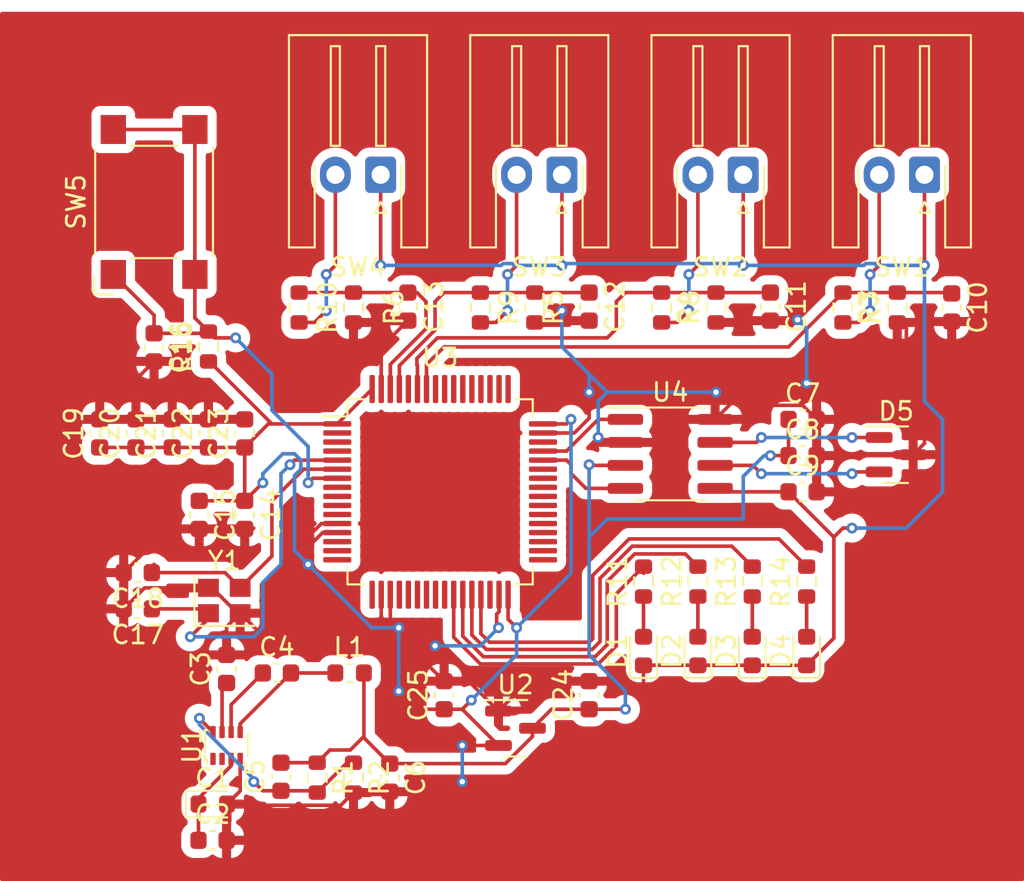
<source format=kicad_pcb>
(kicad_pcb (version 20221018) (generator pcbnew)
  (layers (0 "F.Cu" signal) (31 "B.Cu" signal) (34 "B.Paste" user) (35 "F.Paste" user) (36 "B.SilkS" user "B.Silkscreen") (37 "F.SilkS" user "F.Silkscreen") (38 "B.Mask" user) (39 "F.Mask" user) (44 "Edge.Cuts" user))
  (net 0 "")
  (net 1 "+24V")
  (net 2 "GND")
  (net 3 "Net-(U1-SS)")
  (net 4 "Net-(U1-BST)")
  (net 5 "Net-(U1-SW)")
  (net 6 "Net-(U1-FB)")
  (net 7 "+5V")
  (net 8 "+3V3")
  (net 9 "/SW1")
  (net 10 "/SW2")
  (net 11 "/SW3")
  (net 12 "/SW4")
  (net 13 "/NRST")
  (net 14 "/Crystal_IN")
  (net 15 "/Crystal_Out")
  (net 16 "Net-(D1-A)")
  (net 17 "Net-(D2-A)")
  (net 18 "Net-(D3-A)")
  (net 19 "Net-(D4-A)")
  (net 20 "/CAN+")
  (net 21 "/CAN-")
  (net 22 "Net-(R3-Pad2)")
  (net 23 "Net-(R4-Pad2)")
  (net 24 "Net-(R5-Pad2)")
  (net 25 "Net-(R6-Pad2)")
  (net 26 "/DebugLED1")
  (net 27 "/DebugLED2")
  (net 28 "/DebugLED3")
  (net 29 "/DebugLED4")
  (net 62 "/CAN_RX")
  (net 63 "/CAN_TX")
  (footprint "Capacitor_SMD:C_0603_1608Metric" (layer "F.Cu") (at 128 96.775 90)
    (fp_text reference "C20")
    (fp_text value "100n")
  )
  (footprint "Resistor_SMD:R_0603_1608Metric" (layer "F.Cu") (at 147 89.825 -90)
    (fp_text reference "R5")
    (fp_text value "1k")
  )
  (footprint "Capacitor_SMD:C_0603_1608Metric" (layer "F.Cu") (at 163 89.775 -90)
    (fp_text reference "C11")
    (fp_text value "100nF")
  )
  (footprint "Package_TO_SOT_SMD:SOT-583-8" (layer "F.Cu") (at 133 114 90)
    (fp_text reference "U1")
    (fp_text value "TPS62933")
  )
  (footprint "Resistor_SMD:R_0603_1608Metric" (layer "F.Cu") (at 162 104.9525 90)
    (fp_text reference "R13")
    (fp_text value "1k")
  )
  (footprint "Capacitor_SMD:C_0603_1608Metric" (layer "F.Cu") (at 126 96.775 90)
    (fp_text reference "C19")
    (fp_text value "100n")
  )
  (footprint "Button_Switch_SMD:SW_SPST_Omron_B3FS-100xP" (layer "F.Cu") (at 129 84 90)
    (fp_text reference "SW5")
    (fp_text value "SW_SMD")
  )
  (footprint "Capacitor_SMD:C_0603_1608Metric" (layer "F.Cu") (at 128.1 104.46 180)
    (fp_text reference "C18")
    (fp_text value "10pF")
  )
  (footprint "Resistor_SMD:R_0603_1608Metric" (layer "F.Cu") (at 150 89.825 90)
    (fp_text reference "R9")
    (fp_text value "10k")
  )
  (footprint "Capacitor_SMD:C_0603_1608Metric" (layer "F.Cu") (at 153 111.225 90)
    (fp_text reference "C24")
    (fp_text value "100u")
  )
  (footprint "LED_SMD:LED_0603_1608Metric" (layer "F.Cu") (at 132.2375 117.235)
    (fp_text reference "C1")
    (fp_text value "10u")
  )
  (footprint "Capacitor_SMD:C_0603_1608Metric" (layer "F.Cu") (at 132.225 119.235)
    (fp_text reference "C2")
    (fp_text value "100n")
  )
  (footprint "Package_TO_SOT_SMD:SOT-23" (layer "F.Cu") (at 169.9375 97.95)
    (fp_text reference "D5")
    (fp_text value "PESD2CAN.215")
  )
  (footprint "Package_SO:SOIC-8_3.9x4.9mm_P1.27mm" (layer "F.Cu") (at 157.475 97.905)
    (fp_text reference "U4")
    (fp_text value "ATA6561-GAQW-N")
  )
  (footprint "Capacitor_SMD:C_0603_1608Metric" (layer "F.Cu") (at 142 115.775 -90)
    (fp_text reference "C6")
    (fp_text value "47u")
  )
  (footprint "LED_SMD:LED_0603_1608Metric" (layer "F.Cu") (at 162 108.7875 90)
    (fp_text reference "D3")
    (fp_text value "LED")
  )
  (footprint "Capacitor_SMD:C_0603_1608Metric" (layer "F.Cu") (at 153 89.775 -90)
    (fp_text reference "C12")
    (fp_text value "100nF")
  )
  (footprint "Capacitor_SMD:C_0603_1608Metric" (layer "F.Cu") (at 128.1 106.46 180)
    (fp_text reference "C17")
    (fp_text value "10pF")
  )
  (footprint "Capacitor_SMD:C_0603_1608Metric" (layer "F.Cu") (at 132 96.775 90)
    (fp_text reference "C22")
    (fp_text value "100n")
  )
  (footprint "Resistor_SMD:R_0603_1608Metric" (layer "F.Cu") (at 140 89.825 90)
    (fp_text reference "R10")
    (fp_text value "10k")
  )
  (footprint "Capacitor_SMD:C_0603_1608Metric" (layer "F.Cu") (at 164.775 100)
    (fp_text reference "C9")
    (fp_text value "100nF")
  )
  (footprint "Package_TO_SOT_SMD:SOT-23" (layer "F.Cu") (at 148.9375 113.05)
    (fp_text reference "U2")
    (fp_text value "Regulator_Linear_LM1117-3.3")
  )
  (footprint "Capacitor_SMD:C_0603_1608Metric" (layer "F.Cu") (at 164.775 98)
    (fp_text reference "C8")
    (fp_text value "1uF")
  )
  (footprint "Capacitor_SMD:C_0603_1608Metric" (layer "F.Cu") (at 173 89.825 -90)
    (fp_text reference "C10")
    (fp_text value "100nF")
  )
  (footprint "Crystal:Crystal_SMD_2520-4Pin_2.5x2.0mm" (layer "F.Cu") (at 132.875 106)
    (fp_text reference "Y1")
    (fp_text value "Crystal_GND24")
  )
  (footprint "Resistor_SMD:R_0603_1608Metric" (layer "F.Cu") (at 159 104.9525 90)
    (fp_text reference "R12")
    (fp_text value "1k")
  )
  (footprint "Resistor_SMD:R_0603_1608Metric" (layer "F.Cu") (at 157 89.825 -90)
    (fp_text reference "R4")
    (fp_text value "1k")
  )
  (footprint "Capacitor_SMD:C_0603_1608Metric" (layer "F.Cu") (at 135.775 110)
    (fp_text reference "C4")
    (fp_text value "100n")
  )
  (footprint "Resistor_SMD:R_0603_1608Metric" (layer "F.Cu") (at 156 104.9525 90)
    (fp_text reference "R11")
    (fp_text value "1k")
  )
  (footprint "Resistor_SMD:R_0603_1608Metric" (layer "F.Cu") (at 165 104.9525 90)
    (fp_text reference "R14")
    (fp_text value "1k")
  )
  (footprint "Resistor_SMD:R_0603_1608Metric" (layer "F.Cu") (at 132 91.975 90)
    (fp_text reference "R15")
    (fp_text value "10k")
  )
  (footprint "Resistor_SMD:R_0603_1608Metric" (layer "F.Cu") (at 170 89.825 90)
    (fp_text reference "R7")
    (fp_text value "10k")
  )
  (footprint "Capacitor_SMD:C_0603_1608Metric" (layer "F.Cu") (at 134 96.775 90)
    (fp_text reference "C23")
    (fp_text value "1u")
  )
  (footprint "Inductor_SMD:L_0603_1608Metric" (layer "F.Cu") (at 139.7875 110)
    (fp_text reference "L1")
    (fp_text value "10u")
  )
  (footprint "Resistor_SMD:R_0603_1608Metric" (layer "F.Cu") (at 160 89.825 90)
    (fp_text reference "R8")
    (fp_text value "10k")
  )
  (footprint "Resistor_SMD:R_0603_1608Metric" (layer "F.Cu") (at 138 115.775 -90)
    (fp_text reference "R1")
    (fp_text value "52k3")
  )
  (footprint "Resistor_SMD:R_0603_1608Metric" (layer "F.Cu") (at 140 115.775 -90)
    (fp_text reference "R2")
    (fp_text value "10k")
  )
  (footprint "LED_SMD:LED_0603_1608Metric" (layer "F.Cu") (at 165 108.7875 90)
    (fp_text reference "D4")
    (fp_text value "LED")
  )
  (footprint "Capacitor_SMD:C_0603_1608Metric" (layer "F.Cu") (at 131.49 101.27 -90)
    (fp_text reference "C15")
    (fp_text value "1u")
  )
  (footprint "Capacitor_SMD:C_0603_1608Metric" (layer "F.Cu") (at 164.775 96)
    (fp_text reference "C7")
    (fp_text value "100nF")
  )
  (footprint "Capacitor_SMD:C_0603_1608Metric" (layer "F.Cu") (at 129 92.025 -90)
    (fp_text reference "C16")
    (fp_text value "100nF")
  )
  (footprint "Package_QFP:LQFP-64_10x10mm_P0.5mm" (layer "F.Cu") (at 144.78 100)
    (fp_text reference "U3")
    (fp_text value "STM32L4P5RETx")
  )
  (footprint "Connector_JST:JST_XH_S2B-XH-A-1_1x02_P2.50mm_Horizontal" (layer "F.Cu") (at 151.5 82.5 180)
    (fp_text reference "SW3")
    (fp_text value "SW_Push")
  )
  (footprint "Capacitor_SMD:C_0603_1608Metric" (layer "F.Cu") (at 143 89.775 -90)
    (fp_text reference "C13")
    (fp_text value "100nF")
  )
  (footprint "Capacitor_SMD:C_0603_1608Metric" (layer "F.Cu") (at 130 96.775 90)
    (fp_text reference "C21")
    (fp_text value "100n")
  )
  (footprint "LED_SMD:LED_0603_1608Metric" (layer "F.Cu") (at 159 108.7875 90)
    (fp_text reference "D2")
    (fp_text value "LED")
  )
  (footprint "Connector_JST:JST_XH_S2B-XH-A-1_1x02_P2.50mm_Horizontal" (layer "F.Cu") (at 161.5 82.5 180)
    (fp_text reference "SW2")
    (fp_text value "SW_Push")
  )
  (footprint "Resistor_SMD:R_0603_1608Metric" (layer "F.Cu") (at 137 89.825 -90)
    (fp_text reference "R6")
    (fp_text value "1k")
  )
  (footprint "Capacitor_SMD:C_0603_1608Metric" (layer "F.Cu") (at 134 101.27 -90)
    (fp_text reference "C14")
    (fp_text value "10n")
  )
  (footprint "Connector_JST:JST_XH_S2B-XH-A-1_1x02_P2.50mm_Horizontal" (layer "F.Cu") (at 141.5 82.5 180)
    (fp_text reference "SW4")
    (fp_text value "SW_Push")
  )
  (footprint "Capacitor_SMD:C_0603_1608Metric" (layer "F.Cu") (at 136 115.725 90)
    (fp_text reference "C5")
    (fp_text value "47p")
  )
  (footprint "Connector_JST:JST_XH_S2B-XH-A-1_1x02_P2.50mm_Horizontal" (layer "F.Cu") (at 171.5 82.5 180)
    (fp_text reference "SW1")
    (fp_text value "SW_Push")
  )
  (footprint "Resistor_SMD:R_0603_1608Metric" (layer "F.Cu") (at 167 89.825 -90)
    (fp_text reference "R3")
    (fp_text value "1k")
  )
  (footprint "Capacitor_SMD:C_0603_1608Metric" (layer "F.Cu") (at 145 111.225 90)
    (fp_text reference "C25")
    (fp_text value "10u")
  )
  (footprint "Capacitor_SMD:C_0603_1608Metric" (layer "F.Cu") (at 133 109.775 90)
    (fp_text reference "C3")
    (fp_text value "33n")
  )
  (footprint "LED_SMD:LED_0603_1608Metric" (layer "F.Cu") (at 156 108.7875 90)
    (fp_text reference "D1")
    (fp_text value "LED")
  )
  (segment (start 133.25 115.12136) (end 133.25 114.74) (width 0.2) (layer "F.Cu") (net 1))
  (segment (start 131.45 117.235) (end 131.45 116.92136) (width 0.2) (layer "F.Cu") (net 1))
  (segment (start 131.45 119.235) (end 131.45 117.235) (width 0.2) (layer "F.Cu") (net 1))
  (segment (start 131.45 116.92136) (end 133.25 115.12136) (width 0.2) (layer "F.Cu") (net 1))
  (segment (start 164.775 95.225) (end 162.275 95.225) (width 0.2) (layer "F.Cu") (net 2))
  (segment (start 133 119.235) (end 133 117.26) (width 0.2) (layer "F.Cu") (net 2))
  (segment (start 173 90.6) (end 173 90.55) (width 0.2) (layer "F.Cu") (net 2))
  (segment (start 133 109) (end 133 107.45) (width 0.2) (layer "F.Cu") (net 2))
  (segment (start 134.455 102.045) (end 134.5 102) (width 0.2) (layer "F.Cu") (net 2))
  (segment (start 153 95.934314) (end 153 94.5) (width 0.2) (layer "F.Cu") (net 2))
  (segment (start 140.1 90.55) (end 143 90.55) (width 0.2) (layer "F.Cu") (net 2))
  (segment (start 171.5 95.5) (end 170.5 94.5) (width 0.2) (layer "F.Cu") (net 2))
  (segment (start 141.03 108) (end 141.53 107.5) (width 0.2) (layer "F.Cu") (net 2))
  (segment (start 134 102.045) (end 134.455 102.045) (width 0.2) (layer "F.Cu") (net 2))
  (segment (start 140.05 116.55) (end 140 116.6) (width 0.2) (layer "F.Cu") (net 2))
  (segment (start 137.5 107.5) (end 137.5 108) (width 0.2) (layer "F.Cu") (net 2))
  (segment (start 148.03 105.97) (end 148 106) (width 0.2) (layer "F.Cu") (net 2))
  (segment (start 142 116.55) (end 140.05 116.55) (width 0.2) (layer "F.Cu") (net 2))
  (segment (start 127.325 106.46) (end 128.485 105.3) (width 0.2) (layer "F.Cu") (net 2))
  (segment (start 173 90.55) (end 172.9 90.65) (width 0.2) (layer "F.Cu") (net 2))
  (segment (start 136.9 103.081904) (end 136.9 106.9) (width 0.2) (layer "F.Cu") (net 2))
  (segment (start 170.5 94.5) (end 169 94.5) (width 0.2) (layer "F.Cu") (net 2))
  (segment (start 150 90.65) (end 152.9 90.65) (width 0.2) (layer "F.Cu") (net 2))
  (segment (start 143.05 108.5) (end 143.025 108.475) (width 0.2) (layer "F.Cu") (net 2))
  (segment (start 172.9 90.65) (end 170 90.65) (width 0.2) (layer "F.Cu") (net 2))
  (segment (start 133.09 117.3) (end 133.025 117.235) (width 0.2) (layer "F.Cu") (net 2))
  (segment (start 164.5 90.5) (end 164.45 90.55) (width 0.2) (layer "F.Cu") (net 2))
  (segment (start 143 90.55) (end 141.53 92.02) (width 0.2) (layer "F.Cu") (net 2))
  (segment (start 141.53 108.03) (end 141.53 107.5) (width 0.2) (layer "F.Cu") (net 2))
  (segment (start 148.03 105.675) (end 148.03 105.97) (width 0.2) (layer "F.Cu") (net 2))
  (segment (start 133 107.45) (end 133.75 106.7) (width 0.2) (layer "F.Cu") (net 2))
  (segment (start 145 110.45) (end 143.025 108.475) (width 0.2) (layer "F.Cu") (net 2))
  (segment (start 136.9 106.9) (end 137.5 107.5) (width 0.2) (layer "F.Cu") (net 2))
  (segment (start 170.5 94) (end 170.5 90.5) (width 0.2) (layer "F.Cu") (net 2))
  (segment (start 162.9 90.65) (end 163 90.55) (width 0.2) (layer "F.Cu") (net 2))
  (segment (start 161.45 94.5) (end 159.95 96) (width 0.2) (layer "F.Cu") (net 2))
  (segment (start 128 96) (end 128 93.8) (width 0.2) (layer "F.Cu") (net 2))
  (segment (start 165.55 96) (end 164.775 95.225) (width 0.2) (layer "F.Cu") (net 2))
  (segment (start 133.025 117.235) (end 133.75 116.51) (width 0.2) (layer "F.Cu") (net 2))
  (segment (start 170.875 97.95) (end 171.5 97.325) (width 0.2) (layer "F.Cu") (net 2))
  (segment (start 141.53 92.02) (end 141.53 94.325) (width 0.2) (layer "F.Cu") (net 2))
  (segment (start 165 94) (end 164.5 94.5) (width 0.2) (layer "F.Cu") (net 2))
  (segment (start 127.325 104.46) (end 127.325 106.46) (width 0.2) (layer "F.Cu") (net 2))
  (segment (start 140 116.6) (end 139.3 117.3) (width 0.2) (layer "F.Cu") (net 2))
  (segment (start 132.2 105.3) (end 133.6 106.7) (width 0.2) (layer "F.Cu") (net 2))
  (segment (start 160 90.65) (end 162.9 90.65) (width 0.2) (layer "F.Cu") (net 2))
  (segment (start 153 110.45) (end 149.65 110.45) (width 0.2) (layer "F.Cu") (net 2))
  (segment (start 162.275 95.225) (end 161.5 96) (width 0.2) (layer "F.Cu") (net 2))
  (segment (start 129.74 102.045) (end 127.325 104.46) (width 0.2) (layer "F.Cu") (net 2))
  (segment (start 145 110.45) (end 146.35 110.45) (width 0.2) (layer "F.Cu") (net 2))
  (segment (start 148.03 105.675) (end 148.03 106.621471) (width 0.2) (layer "F.Cu") (net 2))
  (segment (start 147.9 106.751471) (end 147.9 107.4) (width 0.2) (layer "F.Cu") (net 2))
  (segment (start 135.05 108) (end 137.5 108) (width 0.2) (layer "F.Cu") (net 2))
  (segment (start 132 105.3) (end 132.2 105.3) (width 0.2) (layer "F.Cu") (net 2))
  (segment (start 140 90.65) (end 140.1 90.55) (width 0.2) (layer "F.Cu") (net 2))
  (segment (start 128.485 105.3) (end 132 105.3) (width 0.2) (layer "F.Cu") (net 2))
  (segment (start 138.231904 101.75) (end 136.9 103.081904) (width 0.2) (layer "F.Cu") (net 2))
  (segment (start 150.455 96.75) (end 152.184314 96.75) (width 0.2) (layer "F.Cu") (net 2))
  (segment (start 144.5 108.5) (end 143.05 108.5) (width 0.2) (layer "F.Cu") (net 2))
  (segment (start 133.75 106.7) (end 135.05 108) (width 0.2) (layer "F.Cu") (net 2))
  (segment (start 170 94.5) (end 170.5 94) (width 0.2) (layer "F.Cu") (net 2))
  (segment (start 133.6 106.7) (end 133.75 106.7) (width 0.2) (layer "F.Cu") (net 2))
  (segment (start 152.184314 96.75) (end 153 95.934314) (width 0.2) (layer "F.Cu") (net 2))
  (segment (start 133 117.26) (end 133.025 117.235) (width 0.2) (layer "F.Cu") (net 2))
  (segment (start 171.5 97.325) (end 171.5 95.5) (width 0.2) (layer "F.Cu") (net 2))
  (segment (start 153.77 97.27) (end 153.5 97) (width 0.2) (layer "F.Cu") (net 2))
  (segment (start 146.35 110.45) (end 148 112.1) (width 0.2) (layer "F.Cu") (net 2))
  (segment (start 150.85 90.65) (end 151.5 90) (width 0.2) (layer "F.Cu") (net 2))
  (segment (start 149.65 110.45) (end 148 112.1) (width 0.2) (layer "F.Cu") (net 2))
  (segment (start 134 102.045) (end 131.49 102.045) (width 0.2) (layer "F.Cu") (net 2))
  (segment (start 148.03 106.621471) (end 147.9 106.751471) (width 0.2) (layer "F.Cu") (net 2))
  (segment (start 141.975 108.475) (end 141.53 108.03) (width 0.2) (layer "F.Cu") (net 2))
  (segment (start 133.75 116.51) (end 133.75 114.74) (width 0.2) (layer "F.Cu") (net 2))
  (segment (start 134 96) (end 126 96) (width 0.2) (layer "F.Cu") (net 2))
  (segment (start 169 94.5) (end 170 94.5) (width 0.2) (layer "F.Cu") (net 2))
  (segment (start 160 94.5) (end 160 95.95) (width 0.2) (layer "F.Cu") (net 2))
  (segment (start 147.9 107.4) (end 148 107.5) (width 0.2) (layer "F.Cu") (net 2))
  (segment (start 160 95.95) (end 159.95 96) (width 0.2) (layer "F.Cu") (net 2))
  (segment (start 169 94.5) (end 164.5 94.5) (width 0.2) (layer "F.Cu") (net 2))
  (segment (start 163 90.55) (end 164.5 90.5) (width 0.2) (layer "F.Cu") (net 2))
  (segment (start 161.5 96) (end 159.95 96) (width 0.2) (layer "F.Cu") (net 2))
  (segment (start 141.53 107.5) (end 141.53 105.675) (width 0.2) (layer "F.Cu") (net 2))
  (segment (start 131.49 102.045) (end 129.74 102.045) (width 0.2) (layer "F.Cu") (net 2))
  (segment (start 150 90.65) (end 150.85 90.65) (width 0.2) (layer "F.Cu") (net 2))
  (segment (start 164.5 94.5) (end 161.45 94.5) (width 0.2) (layer "F.Cu") (net 2))
  (segment (start 137.5 108) (end 141.03 108) (width 0.2) (layer "F.Cu") (net 2))
  (segment (start 143.025 108.475) (end 141.975 108.475) (width 0.2) (layer "F.Cu") (net 2))
  (segment (start 139.3 117.3) (end 133.09 117.3) (width 0.2) (layer "F.Cu") (net 2))
  (segment (start 153 90.55) (end 152.9 90.65) (width 0.2) (layer "F.Cu") (net 2))
  (segment (start 139.105 101.75) (end 138.231904 101.75) (width 0.2) (layer "F.Cu") (net 2))
  (segment (start 128 93.8) (end 129 92.8) (width 0.2) (layer "F.Cu") (net 2))
  (segment (start 165.55 100) (end 165.55 96) (width 0.2) (layer "F.Cu") (net 2))
  (segment (start 155 97.27) (end 153.77 97.27) (width 0.2) (layer "F.Cu") (net 2))
  (via (at 165 94) (size 0.6) (drill 0.3) (layers "F.Cu" "B.Cu") (net 2))
  (via (at 153 94.5) (size 0.6) (drill 0.3) (layers "F.Cu" "B.Cu") (net 2))
  (via (at 153.5 97) (size 0.6) (drill 0.3) (layers "F.Cu" "B.Cu") (net 2))
  (via (at 148 107.5) (size 0.6) (drill 0.3) (layers "F.Cu" "B.Cu") (net 2))
  (via (at 164.5 90.5) (size 0.6) (drill 0.3) (layers "F.Cu" "B.Cu") (net 2))
  (via (at 160 94.5) (size 0.6) (drill 0.3) (layers "F.Cu" "B.Cu") (net 2))
  (via (at 151.5 90) (size 0.6) (drill 0.3) (layers "F.Cu" "B.Cu") (net 2))
  (via (at 144.5 108.5) (size 0.6) (drill 0.3) (layers "F.Cu" "B.Cu") (net 2))
  (segment (start 153.5 97) (end 153.5 95) (width 0.2) (layer "B.Cu") (net 2))
  (segment (start 153 94.5) (end 153 93.5) (width 0.2) (layer "B.Cu") (net 2))
  (segment (start 148 107.5) (end 147 108.5) (width 0.2) (layer "B.Cu") (net 2))
  (segment (start 151.5 90) (end 151.5 92) (width 0.2) (layer "B.Cu") (net 2))
  (segment (start 154.5 94.5) (end 160 94.5) (width 0.2) (layer "B.Cu") (net 2))
  (segment (start 153.5 95) (end 154 94.5) (width 0.2) (layer "B.Cu") (net 2))
  (segment (start 164.5 90.5) (end 165 91) (width 0.2) (layer "B.Cu") (net 2))
  (segment (start 165 91) (end 165 94) (width 0.2) (layer "B.Cu") (net 2))
  (segment (start 153 93.5) (end 154 94.5) (width 0.2) (layer "B.Cu") (net 2))
  (segment (start 147 108.5) (end 144.5 108.5) (width 0.2) (layer "B.Cu") (net 2))
  (segment (start 154 94.5) (end 154.5 94.5) (width 0.2) (layer "B.Cu") (net 2))
  (segment (start 151.5 92) (end 153 93.5) (width 0.2) (layer "B.Cu") (net 2))
  (segment (start 133 110.55) (end 132.75 110.8) (width 0.2) (layer "F.Cu") (net 3))
  (segment (start 132.75 110.8) (end 132.75 113.26) (width 0.2) (layer "F.Cu") (net 3))
  (segment (start 135 110) (end 133.25 111.75) (width 0.2) (layer "F.Cu") (net 4))
  (segment (start 133.25 111.75) (end 133.25 113.26) (width 0.2) (layer "F.Cu") (net 4))
  (segment (start 136.55 110) (end 133.75 112.8) (width 0.2) (layer "F.Cu") (net 5))
  (segment (start 136.55 110) (end 139 110) (width 0.2) (layer "F.Cu") (net 5))
  (segment (start 133.75 112.8) (end 133.75 113.26) (width 0.2) (layer "F.Cu") (net 5))
  (segment (start 136 116.5) (end 137.9 116.5) (width 0.2) (layer "F.Cu") (net 6))
  (segment (start 131.5 112.5) (end 131.5 112.51) (width 0.2) (layer "F.Cu") (net 6))
  (segment (start 138 116.6) (end 139.65 114.95) (width 0.2) (layer "F.Cu") (net 6))
  (segment (start 131.5 112.51) (end 132.25 113.26) (width 0.2) (layer "F.Cu") (net 6))
  (segment (start 135 116.5) (end 134.5 116) (width 0.2) (layer "F.Cu") (net 6))
  (segment (start 137.9 116.5) (end 138 116.6) (width 0.2) (layer "F.Cu") (net 6))
  (segment (start 136 116.5) (end 135 116.5) (width 0.2) (layer "F.Cu") (net 6))
  (segment (start 139.65 114.95) (end 140 114.95) (width 0.2) (layer "F.Cu") (net 6))
  (via (at 131.5 112.5) (size 0.6) (drill 0.3) (layers "F.Cu" "B.Cu") (net 6))
  (via (at 134.5 116) (size 0.6) (drill 0.3) (layers "F.Cu" "B.Cu") (net 6))
  (via (at 134.5 116) (size 0.6) (drill 0.3) (layers "F.Cu" "B.Cu") (net 6))
  (segment (start 131.5 112.5) (end 131.5 112.6) (width 0.2) (layer "B.Cu") (net 6))
  (segment (start 134.5 115.848529) (end 131.5 112.848529) (width 0.2) (layer "B.Cu") (net 6))
  (segment (start 134.5 116) (end 134.5 115.848529) (width 0.2) (layer "B.Cu") (net 6))
  (segment (start 131.5 112.848529) (end 131.5 112.5) (width 0.2) (layer "B.Cu") (net 6))
  (segment (start 155 112) (end 153 112) (width 0.2) (layer "F.Cu") (net 7))
  (segment (start 140.575 113.5) (end 140.575 113.575) (width 0.2) (layer "F.Cu") (net 7))
  (segment (start 138.7 114.25) (end 139.825 114.25) (width 0.2) (layer "F.Cu") (net 7))
  (segment (start 153 112) (end 150.925 112) (width 0.2) (layer "F.Cu") (net 7))
  (segment (start 138 114.95) (end 138.7 114.25) (width 0.2) (layer "F.Cu") (net 7))
  (segment (start 153.04 98.54) (end 153 98.5) (width 0.2) (layer "F.Cu") (net 7))
  (segment (start 140.575 113.575) (end 142 115) (width 0.2) (layer "F.Cu") (net 7))
  (segment (start 164 98) (end 164 96) (width 0.2) (layer "F.Cu") (net 7))
  (segment (start 164 98) (end 163 98) (width 0.2) (layer "F.Cu") (net 7))
  (segment (start 140.575 110) (end 140.575 113.5) (width 0.2) (layer "F.Cu") (net 7))
  (segment (start 139.825 114.25) (end 140.575 113.5) (width 0.2) (layer "F.Cu") (net 7))
  (segment (start 136 114.95) (end 138 114.95) (width 0.2) (layer "F.Cu") (net 7))
  (segment (start 150.925 112) (end 149.875 113.05) (width 0.2) (layer "F.Cu") (net 7))
  (segment (start 142 115) (end 148.378052 115) (width 0.2) (layer "F.Cu") (net 7))
  (segment (start 149.875 113.503052) (end 149.875 113.05) (width 0.2) (layer "F.Cu") (net 7))
  (segment (start 148.378052 115) (end 149.875 113.503052) (width 0.2) (layer "F.Cu") (net 7))
  (segment (start 155 98.54) (end 155 98.5) (width 0.2) (layer "F.Cu") (net 7))
  (segment (start 155 98.54) (end 153.04 98.54) (width 0.2) (layer "F.Cu") (net 7))
  (via (at 153 98.5) (size 0.6) (drill 0.3) (layers "F.Cu" "B.Cu") (net 7))
  (via (at 155 112) (size 0.6) (drill 0.3) (layers "F.Cu" "B.Cu") (net 7))
  (via (at 163 98) (size 0.6) (drill 0.3) (layers "F.Cu" "B.Cu") (net 7))
  (segment (start 155 111) (end 155 112) (width 0.2) (layer "B.Cu") (net 7))
  (segment (start 154 101.5) (end 153 102.5) (width 0.2) (layer "B.Cu") (net 7))
  (segment (start 162.651471 98) (end 161.5 99.151471) (width 0.2) (layer "B.Cu") (net 7))
  (segment (start 153 98.5) (end 153 102.5) (width 0.2) (layer "B.Cu") (net 7))
  (segment (start 161.5 101.5) (end 154 101.5) (width 0.2) (layer "B.Cu") (net 7))
  (segment (start 153 109) (end 155 111) (width 0.2) (layer "B.Cu") (net 7))
  (segment (start 153 102.5) (end 153 109) (width 0.2) (layer "B.Cu") (net 7))
  (segment (start 163 98) (end 162.651471 98) (width 0.2) (layer "B.Cu") (net 7))
  (segment (start 161.5 99.151471) (end 161.5 101.5) (width 0.2) (layer "B.Cu") (net 7))
  (segment (start 146 112) (end 146.5 111.5) (width 0.2) (layer "F.Cu") (net 8))
  (segment (start 165 109.575) (end 156 109.575) (width 0.2) (layer "F.Cu") (net 8))
  (segment (start 160.14 100) (end 159.95 99.81) (width 0.2) (layer "F.Cu") (net 8))
  (segment (start 134 97.55) (end 135.3 96.25) (width 0.2) (layer "F.Cu") (net 8))
  (segment (start 162 109.575) (end 156 109.575) (width 0.2) (layer "F.Cu") (net 8))
  (segment (start 149 107.5) (end 148.53 107.03) (width 0.2) (layer "F.Cu") (net 8))
  (segment (start 142.03 105.675) (end 142.03 107.03) (width 0.2) (layer "F.Cu") (net 8))
  (segment (start 134.995 99.5) (end 134 100.495) (width 0.2) (layer "F.Cu") (net 8))
  (segment (start 148.53 107.03) (end 148.53 105.675) (width 0.2) (layer "F.Cu") (net 8))
  (segment (start 143.5 112) (end 142.5 111) (width 0.2) (layer "F.Cu") (net 8))
  (segment (start 166.5 108.075) (end 166.5 102.5) (width 0.2) (layer "F.Cu") (net 8))
  (segment (start 134 100.495) (end 134 97.55) (width 0.2) (layer "F.Cu") (net 8))
  (segment (start 171.5 87.5) (end 171.5 82.5) (width 0.2) (layer "F.Cu") (net 8))
  (segment (start 146 112) (end 148 114) (width 0.2) (layer "F.Cu") (net 8))
  (segment (start 138.29759 102.25) (end 139.105 102.25) (width 0.2) (layer "F.Cu") (net 8))
  (segment (start 156 109.575) (end 156 112.5) (width 0.2) (layer "F.Cu") (net 8))
  (segment (start 126 97.55) (end 134 97.55) (width 0.2) (layer "F.Cu") (net 8))
  (segment (start 167 102) (end 166.5 102.5) (width 0.2) (layer "F.Cu") (net 8))
  (segment (start 135.3 96.25) (end 135.5 96.25) (width 0.2) (layer "F.Cu") (net 8))
  (segment (start 132.05 92.8) (end 135.5 96.25) (width 0.2) (layer "F.Cu") (net 8))
  (segment (start 151.75 96.25) (end 152 96) (width 0.2) (layer "F.Cu") (net 8))
  (segment (start 145 112) (end 143.5 112) (width 0.2) (layer "F.Cu") (net 8))
  (segment (start 161.5 87.5) (end 161.5 82.5) (width 0.2) (layer "F.Cu") (net 8))
  (segment (start 145 112) (end 146 112) (width 0.2) (layer "F.Cu") (net 8))
  (segment (start 141.5 82.5) (end 141.5 87.5) (width 0.2) (layer "F.Cu") (net 8))
  (segment (start 139.105 96.25) (end 141.03 94.325) (width 0.2) (layer "F.Cu") (net 8))
  (segment (start 135 99.5) (end 134.995 99.5) (width 0.2) (layer "F.Cu") (net 8))
  (segment (start 135.5 96.25) (end 139.105 96.25) (width 0.2) (layer "F.Cu") (net 8))
  (segment (start 142.03 107.03) (end 142.5 107.5) (width 0.2) (layer "F.Cu") (net 8))
  (segment (start 131.49 100.495) (end 134 100.495) (width 0.2) (layer "F.Cu") (net 8))
  (segment (start 134 97.55) (end 134.025 97.525) (width 0.2) (layer "F.Cu") (net 8))
  (segment (start 148 114) (end 146 114) (width 0.2) (layer "F.Cu") (net 8))
  (segment (start 137.5 103.04759) (end 138.29759 102.25) (width 0.2) (layer "F.Cu") (net 8))
  (segment (start 137.5 104) (end 137.5 103.04759) (width 0.2) (layer "F.Cu") (net 8))
  (segment (start 152.5 116) (end 146 116) (width 0.2) (layer "F.Cu") (net 8))
  (segment (start 164 100) (end 160.14 100) (width 0.2) (layer "F.Cu") (net 8))
  (segment (start 151.5 87.5) (end 151.5 82.5) (width 0.2) (layer "F.Cu") (net 8))
  (segment (start 166.5 102.5) (end 164 100) (width 0.2) (layer "F.Cu") (net 8))
  (segment (start 150.455 96.25) (end 151.75 96.25) (width 0.2) (layer "F.Cu") (net 8))
  (segment (start 132 92.8) (end 132.05 92.8) (width 0.2) (layer "F.Cu") (net 8))
  (segment (start 165 109.575) (end 166.5 108.075) (width 0.2) (layer "F.Cu") (net 8))
  (segment (start 156 112.5) (end 155.5 113) (width 0.2) (layer "F.Cu") (net 8))
  (segment (start 155.5 113) (end 152.5 116) (width 0.2) (layer "F.Cu") (net 8))
  (segment (start 167.5 102) (end 167 102) (width 0.2) (layer "F.Cu") (net 8))
  (via (at 167.5 102) (size 0.6) (drill 0.3) (layers "F.Cu" "B.Cu") (net 8))
  (via (at 146.5 111.5) (size 0.6) (drill 0.3) (layers "F.Cu" "B.Cu") (net 8))
  (via (at 146 116) (size 0.6) (drill 0.3) (layers "F.Cu" "B.Cu") (net 8))
  (via (at 142.5 107.5) (size 0.6) (drill 0.3) (layers "F.Cu" "B.Cu") (net 8))
  (via (at 151.5 87.5) (size 0.6) (drill 0.3) (layers "F.Cu" "B.Cu") (net 8))
  (via (at 141.5 87.5) (size 0.6) (drill 0.3) (layers "F.Cu" "B.Cu") (net 8))
  (via (at 137.5 104) (size 0.6) (drill 0.3) (layers "F.Cu" "B.Cu") (net 8))
  (via (at 149 107.5) (size 0.6) (drill 0.3) (layers "F.Cu" "B.Cu") (net 8))
  (via (at 135 99.5) (size 0.6) (drill 0.3) (layers "F.Cu" "B.Cu") (net 8))
  (via (at 171.5 87.5) (size 0.6) (drill 0.3) (layers "F.Cu" "B.Cu") (net 8))
  (via (at 142.5 111) (size 0.6) (drill 0.3) (layers "F.Cu" "B.Cu") (net 8))
  (via (at 161.5 87.5) (size 0.6) (drill 0.3) (layers "F.Cu" "B.Cu") (net 8))
  (via (at 152 96) (size 0.6) (drill 0.3) (layers "F.Cu" "B.Cu") (net 8))
  (via (at 146 114) (size 0.6) (drill 0.3) (layers "F.Cu" "B.Cu") (net 8))
  (segment (start 172.5 100) (end 170.5 102) (width 0.2) (layer "B.Cu") (net 8))
  (segment (start 136.748529 99.1) (end 137.1 98.748529) (width 0.2) (layer "B.Cu") (net 8))
  (segment (start 151.5 87.5) (end 151.4 87.4) (width 0.2) (layer "B.Cu") (net 8))
  (segment (start 148.151471 87.5) (end 148.251471 87.4) (width 0.2) (layer "B.Cu") (net 8))
  (segment (start 141 107.5) (end 137.5 104) (width 0.2) (layer "B.Cu") (net 8))
  (segment (start 136.748529 103.248529) (end 136.748529 99.1) (width 0.2) (layer "B.Cu") (net 8))
  (segment (start 142.5 107.5) (end 141 107.5) (width 0.2) (layer "B.Cu") (net 8))
  (segment (start 136.748529 97.9) (end 136.1 97.9) (width 0.2) (layer "B.Cu") (net 8))
  (segment (start 148.848529 87.5) (end 151.5 87.5) (width 0.2) (layer "B.Cu") (net 8))
  (segment (start 152 104.5) (end 152 96) (width 0.2) (layer "B.Cu") (net 8))
  (segment (start 168.748529 87.4) (end 168.848529 87.5) (width 0.2) (layer "B.Cu") (net 8))
  (segment (start 137.1 98.748529) (end 137.1 98.251471) (width 0.2) (layer "B.Cu") (net 8))
  (segment (start 171.5 95) (end 172.5 96) (width 0.2) (layer "B.Cu") (net 8))
  (segment (start 151.5 87.5) (end 151.6 87.4) (width 0.2) (layer "B.Cu") (net 8))
  (segment (start 141.5 87.5) (end 148.151471 87.5) (width 0.2) (layer "B.Cu") (net 8))
  (segment (start 151.6 87.4) (end 161.4 87.4) (width 0.2) (layer "B.Cu") (net 8))
  (segment (start 170.5 102) (end 167.5 102) (width 0.2) (layer "B.Cu") (net 8))
  (segment (start 161.4 87.4) (end 161.5 87.5) (width 0.2) (layer "B.Cu") (net 8))
  (segment (start 172.5 98.5) (end 172.5 100) (width 0.2) (layer "B.Cu") (net 8))
  (segment (start 171.5 87.5) (end 171.5 95) (width 0.2) (layer "B.Cu") (net 8))
  (segment (start 148.748529 87.4) (end 148.848529 87.5) (width 0.2) (layer "B.Cu") (net 8))
  (segment (start 137.5 104) (end 136.748529 103.248529) (width 0.2) (layer "B.Cu") (net 8))
  (segment (start 148.251471 87.4) (end 148.748529 87.4) (width 0.2) (layer "B.Cu") (net 8))
  (segment (start 149 109) (end 146.5 111.5) (width 0.2) (layer "B.Cu") (net 8))
  (segment (start 146 116) (end 146 114) (width 0.2) (layer "B.Cu") (net 8))
  (segment (start 135 99) (end 135 99.5) (width 0.2) (layer "B.Cu") (net 8))
  (segment (start 168.251471 87.4) (end 168.748529 87.4) (width 0.2) (layer "B.Cu") (net 8))
  (segment (start 137.1 98.251471) (end 136.748529 97.9) (width 0.2) (layer "B.Cu") (net 8))
  (segment (start 136.1 97.9) (end 135 99) (width 0.2) (layer "B.Cu") (net 8))
  (segment (start 172.5 96) (end 172.5 98.5) (width 0.2) (layer "B.Cu") (net 8))
  (segment (start 149 107.5) (end 152 104.5) (width 0.2) (layer "B.Cu") (net 8))
  (segment (start 168.151471 87.5) (end 168.251471 87.4) (width 0.2) (layer "B.Cu") (net 8))
  (segment (start 168.848529 87.5) (end 171.5 87.5) (width 0.2) (layer "B.Cu") (net 8))
  (segment (start 142.5 111) (end 142.5 107.5) (width 0.2) (layer "B.Cu") (net 8))
  (segment (start 149 107.5) (end 149 109) (width 0.2) (layer "B.Cu") (net 8))
  (segment (start 171.5 87.5) (end 171.4 87.4) (width 0.2) (layer "B.Cu") (net 8))
  (segment (start 161.5 87.5) (end 168.151471 87.5) (width 0.2) (layer "B.Cu") (net 8))
  (segment (start 167 89) (end 172.95 89) (width 0.2) (layer "F.Cu") (net 9))
  (segment (start 145 92) (end 144.03 92.97) (width 0.2) (layer "F.Cu") (net 9))
  (segment (start 144.03 92.97) (end 144.03 94.325) (width 0.2) (layer "F.Cu") (net 9))
  (segment (start 167 89) (end 164 92) (width 0.2) (layer "F.Cu") (net 9))
  (segment (start 172.95 89) (end 173 89.05) (width 0.2) (layer "F.Cu") (net 9))
  (segment (start 164 92) (end 145 92) (width 0.2) (layer "F.Cu") (net 9))
  (segment (start 144.631372 91.5) (end 143.5 92.631372) (width 0.2) (layer "F.Cu") (net 10))
  (segment (start 143.5 92.631372) (end 143.5 93) (width 0.2) (layer "F.Cu") (net 10))
  (segment (start 154.5 89.5) (end 154.5 91) (width 0.2) (layer "F.Cu") (net 10))
  (segment (start 143.5 93) (end 143.53 93.03) (width 0.2) (layer "F.Cu") (net 10))
  (segment (start 163 89) (end 157 89) (width 0.2) (layer "F.Cu") (net 10))
  (segment (start 143.53 93.03) (end 143.53 94.325) (width 0.2) (layer "F.Cu") (net 10))
  (segment (start 154 91.5) (end 144.631372 91.5) (width 0.2) (layer "F.Cu") (net 10))
  (segment (start 154.5 91) (end 154 91.5) (width 0.2) (layer "F.Cu") (net 10))
  (segment (start 155 89) (end 154.5 89.5) (width 0.2) (layer "F.Cu") (net 10))
  (segment (start 157 89) (end 155 89) (width 0.2) (layer "F.Cu") (net 10))
  (segment (start 142.53 93.035686) (end 142.53 94.325) (width 0.2) (layer "F.Cu") (net 11))
  (segment (start 147 89) (end 145 89) (width 0.2) (layer "F.Cu") (net 11))
  (segment (start 144.5 91.065686) (end 142.53 93.035686) (width 0.2) (layer "F.Cu") (net 11))
  (segment (start 144.5 89.5) (end 144.5 91.065686) (width 0.2) (layer "F.Cu") (net 11))
  (segment (start 153 89) (end 147 89) (width 0.2) (layer "F.Cu") (net 11))
  (segment (start 145 89) (end 144.5 89.5) (width 0.2) (layer "F.Cu") (net 11))
  (segment (start 143.5 89) (end 144 89.5) (width 0.2) (layer "F.Cu") (net 12))
  (segment (start 142.03 92.97) (end 142.03 94.325) (width 0.2) (layer "F.Cu") (net 12))
  (segment (start 144 89.5) (end 144 91) (width 0.2) (layer "F.Cu") (net 12))
  (segment (start 144 91) (end 142.03 92.97) (width 0.2) (layer "F.Cu") (net 12))
  (segment (start 143 89) (end 137 89) (width 0.2) (layer "F.Cu") (net 12))
  (segment (start 143 89) (end 143.5 89) (width 0.2) (layer "F.Cu") (net 12))
  (segment (start 126.75 80) (end 131.25 80) (width 0.2) (layer "F.Cu") (net 13))
  (segment (start 129 90.25) (end 126.75 88) (width 0.2) (layer "F.Cu") (net 13))
  (segment (start 131.25 88) (end 131.25 80) (width 0.2) (layer "F.Cu") (net 13))
  (segment (start 129 91.25) (end 131.9 91.25) (width 0.2) (layer "F.Cu") (net 13))
  (segment (start 131.25 88) (end 131.25 90.4) (width 0.2) (layer "F.Cu") (net 13))
  (segment (start 132 91.15) (end 131.65 91.15) (width 0.2) (layer "F.Cu") (net 13))
  (segment (start 131.9 91.25) (end 132 91.15) (width 0.2) (layer "F.Cu") (net 13))
  (segment (start 133.5 91.5) (end 132.35 91.5) (width 0.2) (layer "F.Cu") (net 13))
  (segment (start 131.25 90.4) (end 132 91.15) (width 0.2) (layer "F.Cu") (net 13))
  (segment (start 139.105 99.25) (end 137.75 99.25) (width 0.2) (layer "F.Cu") (net 13))
  (segment (start 137.75 99.25) (end 137.5 99.5) (width 0.2) (layer "F.Cu") (net 13))
  (segment (start 132.35 91.5) (end 132 91.15) (width 0.2) (layer "F.Cu") (net 13))
  (segment (start 129 91.25) (end 129 90.25) (width 0.2) (layer "F.Cu") (net 13))
  (via (at 133.5 91.5) (size 0.6) (drill 0.3) (layers "F.Cu" "B.Cu") (net 13))
  (via (at 137.5 99.5) (size 0.6) (drill 0.3) (layers "F.Cu" "B.Cu") (net 13))
  (segment (start 137.5 99.5) (end 137.5 97.5) (width 0.2) (layer "B.Cu") (net 13))
  (segment (start 135.5 93.5) (end 133.5 91.5) (width 0.2) (layer "B.Cu") (net 13))
  (segment (start 137.5 97.5) (end 135.5 95.5) (width 0.2) (layer "B.Cu") (net 13))
  (segment (start 135.5 95.5) (end 135.5 93.5) (width 0.2) (layer "B.Cu") (net 13))
  (segment (start 136.75 98.25) (end 139.105 98.25) (width 0.2) (layer "F.Cu") (net 14))
  (segment (start 136.5 98.5) (end 136.75 98.25) (width 0.2) (layer "F.Cu") (net 14))
  (segment (start 128.7 106.46) (end 128.875 106.46) (width 0.2) (layer "F.Cu") (net 14))
  (segment (start 131.76 106.46) (end 132 106.7) (width 0.2) (layer "F.Cu") (net 14))
  (segment (start 132 106.7) (end 132 107) (width 0.2) (layer "F.Cu") (net 14))
  (segment (start 128.875 106.46) (end 131.76 106.46) (width 0.2) (layer "F.Cu") (net 14))
  (segment (start 132 107) (end 131 108) (width 0.2) (layer "F.Cu") (net 14))
  (via (at 131 108) (size 0.6) (drill 0.3) (layers "F.Cu" "B.Cu") (net 14))
  (via (at 136.5 98.5) (size 0.6) (drill 0.3) (layers "F.Cu" "B.Cu") (net 14))
  (segment (start 131 108) (end 134.5 108) (width 0.2) (layer "B.Cu") (net 14))
  (segment (start 136 104) (end 136 103.5) (width 0.2) (layer "B.Cu") (net 14))
  (segment (start 135.5 104.5) (end 136 104) (width 0.2) (layer "B.Cu") (net 14))
  (segment (start 136 99) (end 136.5 98.5) (width 0.2) (layer "B.Cu") (net 14))
  (segment (start 136 103.5) (end 136 99) (width 0.2) (layer "B.Cu") (net 14))
  (segment (start 135 105) (end 135.5 104.5) (width 0.2) (layer "B.Cu") (net 14))
  (segment (start 134.5 108) (end 135 107.5) (width 0.2) (layer "B.Cu") (net 14))
  (segment (start 135 107.5) (end 135 105) (width 0.2) (layer "B.Cu") (net 14))
  (segment (start 128.875 104.46) (end 132.91 104.46) (width 0.2) (layer "F.Cu") (net 15))
  (segment (start 128.875 104.46) (end 128.875 104.125) (width 0.2) (layer "F.Cu") (net 15))
  (segment (start 132.91 104.46) (end 133.75 105.3) (width 0.2) (layer "F.Cu") (net 15))
  (segment (start 137.25 98.75) (end 139.105 98.75) (width 0.2) (layer "F.Cu") (net 15))
  (segment (start 133.75 105.3) (end 135.5 103.55) (width 0.2) (layer "F.Cu") (net 15))
  (segment (start 128.875 104.125) (end 129 104) (width 0.2) (layer "F.Cu") (net 15))
  (segment (start 135.5 103.55) (end 135.5 100.5) (width 0.2) (layer "F.Cu") (net 15))
  (segment (start 135.5 100.5) (end 137.25 98.75) (width 0.2) (layer "F.Cu") (net 15))
  (segment (start 156 108) (end 156 105.7775) (width 0.2) (layer "F.Cu") (net 16))
  (segment (start 159 108) (end 159 105.7775) (width 0.2) (layer "F.Cu") (net 17))
  (segment (start 162 108) (end 162 105.7775) (width 0.2) (layer "F.Cu") (net 18))
  (segment (start 165 108) (end 165 105.7775) (width 0.2) (layer "F.Cu") (net 19))
  (segment (start 169 97) (end 167.5 97) (width 0.2) (layer "F.Cu") (net 20))
  (segment (start 162.23 97.27) (end 159.95 97.27) (width 0.2) (layer "F.Cu") (net 20))
  (segment (start 162.5 97) (end 162.23 97.27) (width 0.2) (layer "F.Cu") (net 20))
  (via (at 167.5 97) (size 0.6) (drill 0.3) (layers "F.Cu" "B.Cu") (net 20))
  (via (at 162.5 97) (size 0.6) (drill 0.3) (layers "F.Cu" "B.Cu") (net 20))
  (segment (start 167.5 97) (end 162.5 97) (width 0.2) (layer "B.Cu") (net 20))
  (segment (start 162.04 98.54) (end 159.95 98.54) (width 0.2) (layer "F.Cu") (net 21))
  (segment (start 169 98.9) (end 167.6 98.9) (width 0.2) (layer "F.Cu") (net 21))
  (segment (start 162.5 99) (end 162.04 98.54) (width 0.2) (layer "F.Cu") (net 21))
  (segment (start 167.6 98.9) (end 167.5 99) (width 0.2) (layer "F.Cu") (net 21))
  (via (at 162.5 99) (size 0.6) (drill 0.3) (layers "F.Cu" "B.Cu") (net 21))
  (via (at 167.5 99) (size 0.6) (drill 0.3) (layers "F.Cu" "B.Cu") (net 21))
  (segment (start 167.5 99) (end 162.5 99) (width 0.2) (layer "B.Cu") (net 21))
  (segment (start 167 90.65) (end 167.85 90.65) (width 0.2) (layer "F.Cu") (net 22))
  (segment (start 168.5 88) (end 169 87.5) (width 0.2) (layer "F.Cu") (net 22))
  (segment (start 167.85 90.65) (end 168.5 90) (width 0.2) (layer "F.Cu") (net 22))
  (segment (start 169 87.5) (end 169 82.5) (width 0.2) (layer "F.Cu") (net 22))
  (via (at 168.5 90) (size 0.6) (drill 0.3) (layers "F.Cu" "B.Cu") (net 22))
  (via (at 168.5 88) (size 0.6) (drill 0.3) (layers "F.Cu" "B.Cu") (net 22))
  (segment (start 168.5 90) (end 168.5 88) (width 0.2) (layer "B.Cu") (net 22))
  (segment (start 157.85 90.65) (end 158.5 90) (width 0.2) (layer "F.Cu") (net 23))
  (segment (start 158.5 88) (end 159 87.5) (width 0.2) (layer "F.Cu") (net 23))
  (segment (start 157 90.65) (end 157.85 90.65) (width 0.2) (layer "F.Cu") (net 23))
  (segment (start 159 87.5) (end 159 82.5) (width 0.2) (layer "F.Cu") (net 23))
  (via (at 158.5 88) (size 0.6) (drill 0.3) (layers "F.Cu" "B.Cu") (net 23))
  (via (at 158.5 90) (size 0.6) (drill 0.3) (layers "F.Cu" "B.Cu") (net 23))
  (segment (start 158.5 90) (end 158.5 88) (width 0.2) (layer "B.Cu") (net 23))
  (segment (start 148.5 88) (end 149 87.5) (width 0.2) (layer "F.Cu") (net 24))
  (segment (start 147 90.65) (end 147.85 90.65) (width 0.2) (layer "F.Cu") (net 24))
  (segment (start 149 87.5) (end 149 82.5) (width 0.2) (layer "F.Cu") (net 24))
  (segment (start 147.85 90.65) (end 148.5 90) (width 0.2) (layer "F.Cu") (net 24))
  (via (at 148.5 88) (size 0.6) (drill 0.3) (layers "F.Cu" "B.Cu") (net 24))
  (via (at 148.5 90) (size 0.6) (drill 0.3) (layers "F.Cu" "B.Cu") (net 24))
  (segment (start 148.5 90) (end 148.5 88) (width 0.2) (layer "B.Cu") (net 24))
  (segment (start 138.5 88) (end 139 87.5) (width 0.2) (layer "F.Cu") (net 25))
  (segment (start 139 87.5) (end 139 82.5) (width 0.2) (layer "F.Cu") (net 25))
  (segment (start 137.85 90.65) (end 138.5 90) (width 0.2) (layer "F.Cu") (net 25))
  (segment (start 137 90.65) (end 137.85 90.65) (width 0.2) (layer "F.Cu") (net 25))
  (via (at 138.5 88) (size 0.6) (drill 0.3) (layers "F.Cu" "B.Cu") (net 25))
  (via (at 138.5 90) (size 0.6) (drill 0.3) (layers "F.Cu" "B.Cu") (net 25))
  (segment (start 138.5 90) (end 138.5 88) (width 0.2) (layer "B.Cu") (net 25))
  (segment (start 145.53 108.03) (end 145.53 105.675) (width 0.2) (layer "F.Cu") (net 26))
  (segment (start 156 104.1275) (end 154.5 105.6275) (width 0.2) (layer "F.Cu") (net 26))
  (segment (start 154.5 108.5) (end 153.5 109.5) (width 0.2) (layer "F.Cu") (net 26))
  (segment (start 147 109.5) (end 145.53 108.03) (width 0.2) (layer "F.Cu") (net 26))
  (segment (start 154.5 105.6275) (end 154.5 108.5) (width 0.2) (layer "F.Cu") (net 26))
  (segment (start 156 104.1275) (end 156 104.5) (width 0.2) (layer "F.Cu") (net 26))
  (segment (start 153.5 109.5) (end 147 109.5) (width 0.2) (layer "F.Cu") (net 26))
  (segment (start 154 104.939852) (end 154 108.434314) (width 0.2) (layer "F.Cu") (net 27))
  (segment (start 147.165686 109.1) (end 146.03 107.964314) (width 0.2) (layer "F.Cu") (net 27))
  (segment (start 154 108.434314) (end 153.334314 109.1) (width 0.2) (layer "F.Cu") (net 27))
  (segment (start 159 104.1275) (end 158.3 103.4275) (width 0.2) (layer "F.Cu") (net 27))
  (segment (start 146.03 107.964314) (end 146.03 105.675) (width 0.2) (layer "F.Cu") (net 27))
  (segment (start 158.3 103.4275) (end 155.512352 103.4275) (width 0.2) (layer "F.Cu") (net 27))
  (segment (start 153.334314 109.1) (end 147.165686 109.1) (width 0.2) (layer "F.Cu") (net 27))
  (segment (start 155.512352 103.4275) (end 154 104.939852) (width 0.2) (layer "F.Cu") (net 27))
  (segment (start 153.168628 108.7) (end 153.6 108.268628) (width 0.2) (layer "F.Cu") (net 28))
  (segment (start 160.8725 103) (end 162 104.1275) (width 0.2) (layer "F.Cu") (net 28))
  (segment (start 147.331372 108.7) (end 153.168628 108.7) (width 0.2) (layer "F.Cu") (net 28))
  (segment (start 146.53 105.675) (end 146.53 107.898628) (width 0.2) (layer "F.Cu") (net 28))
  (segment (start 155.374166 103) (end 160.8725 103) (width 0.2) (layer "F.Cu") (net 28))
  (segment (start 146.53 107.898628) (end 147.331372 108.7) (width 0.2) (layer "F.Cu") (net 28))
  (segment (start 153.6 108.268628) (end 153.6 104.774167) (width 0.2) (layer "F.Cu") (net 28))
  (segment (start 153.6 104.774167) (end 155.374166 103) (width 0.2) (layer "F.Cu") (net 28))
  (segment (start 163.4725 102.6) (end 165 104.1275) (width 0.2) (layer "F.Cu") (net 29))
  (segment (start 153.2 104.608481) (end 155.208481 102.6) (width 0.2) (layer "F.Cu") (net 29))
  (segment (start 147.497058 108.3) (end 153.002942 108.3) (width 0.2) (layer "F.Cu") (net 29))
  (segment (start 155.208481 102.6) (end 163.4725 102.6) (width 0.2) (layer "F.Cu") (net 29))
  (segment (start 153.2 108.102942) (end 153.2 104.608481) (width 0.2) (layer "F.Cu") (net 29))
  (segment (start 153.002942 108.3) (end 153.2 108.102942) (width 0.2) (layer "F.Cu") (net 29))
  (segment (start 147.03 105.675) (end 147.03 107.832942) (width 0.2) (layer "F.Cu") (net 29))
  (segment (start 147.03 107.832942) (end 147.497058 108.3) (width 0.2) (layer "F.Cu") (net 29))
  (segment (start 152 98.5) (end 151.75 98.25) (width 0.2) (layer "F.Cu") (net 62))
  (segment (start 155 99.81) (end 152.82241 99.81) (width 0.2) (layer "F.Cu") (net 62))
  (segment (start 152.82241 99.81) (end 152 98.98759) (width 0.2) (layer "F.Cu") (net 62))
  (segment (start 152 98.98759) (end 152 98.5) (width 0.2) (layer "F.Cu") (net 62))
  (segment (start 151.75 98.25) (end 150.455 98.25) (width 0.2) (layer "F.Cu") (net 62))
  (segment (start 155 96) (end 153.5 96) (width 0.2) (layer "F.Cu") (net 63))
  (segment (start 153.5 96) (end 151.75 97.75) (width 0.2) (layer "F.Cu") (net 63))
  (segment (start 151.75 97.75) (end 150.455 97.75) (width 0.2) (layer "F.Cu") (net 63))
  (zone (net 2) (net_name "GND") (layer "F.Cu") (connect_pads (clearance 0.5)) (min_thickness 0.25) (fill yes (thermal_gap 0.5) (thermal_bridge_width 0.5))
    (polygon (pts (xy 120.5 73.5) (xy 177 73.5) (xy 177 121.5) (xy 120.5 121.5)))
  )
)
</source>
